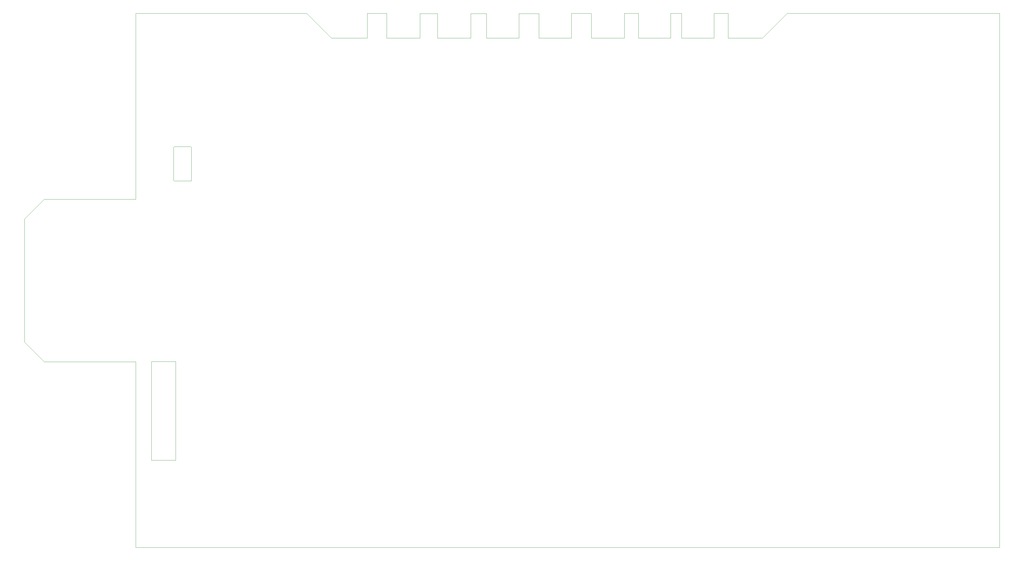
<source format=gko>
%FSLAX44Y44*%
%MOMM*%
G71*
G01*
G75*
G04 Layer_Color=16711935*
%ADD10R,1.9050X2.1590*%
%ADD11C,0.7620*%
%ADD12C,1.2700*%
%ADD13C,3.0480*%
%ADD14C,0.5080*%
%ADD15C,3.0000*%
%ADD16O,3.0000X6.0000*%
%ADD17O,6.0000X3.0000*%
%ADD18O,5.0000X3.0000*%
%ADD19R,2.1590X2.1590*%
%ADD20C,2.1590*%
%ADD21R,2.1590X2.1590*%
%ADD22R,3.0000X3.0000*%
%ADD23C,3.0480*%
%ADD24C,3.5000*%
%ADD25O,20.0000X3.0000*%
%ADD26C,1.2700*%
%ADD27C,1.7780*%
%ADD28C,2.5400*%
%ADD29C,0.0762*%
%ADD30C,0.1270*%
%ADD31C,0.0508*%
%ADD32C,0.1016*%
%ADD33C,0.2540*%
D29*
X964946Y366268D02*
X1124946D01*
X3713480D02*
Y2066268D01*
X964946Y366268D02*
X3713480D01*
D31*
X1014984Y644652D02*
Y958088D01*
Y644652D02*
X1092454D01*
X1014984Y958088D02*
X1092454D01*
X964946Y2066268D02*
X1509036D01*
X1587500Y1987804D01*
X1701292D01*
Y2066268D02*
X1763776D01*
Y1987804D02*
X1868932D01*
Y2066014D02*
X1925320D01*
Y1987804D02*
X2030984D01*
X2080768D02*
X2184146D01*
X2030984Y2066014D02*
X2080768D01*
X2184146D02*
X2247370D01*
X2247392Y1987804D02*
X2350770D01*
X2414270D02*
X2519172D01*
X2350770Y2066268D02*
X2414016D01*
X2519172D02*
X2564130D01*
X2667254D02*
X2701798D01*
X2564130Y1987804D02*
X2667254D01*
X2701798D02*
X2805176D01*
X2805684Y2066268D02*
X2849372D01*
X1763776Y1987804D02*
Y2066268D01*
X1701292Y1987804D02*
Y2066268D01*
X1925320Y1987804D02*
Y2066014D01*
X1868932Y1987804D02*
Y2066014D01*
X2080768Y1987804D02*
Y2066014D01*
X2030984Y1987804D02*
Y2066014D01*
X2247392Y1987804D02*
Y2066014D01*
X2184146Y2065252D02*
Y2066014D01*
Y1987804D02*
Y2065252D01*
X2414270Y1987804D02*
Y2066014D01*
X2350770Y1987804D02*
Y2066268D01*
X2564130Y1987804D02*
Y2066268D01*
X2519172Y1987804D02*
Y2066268D01*
X2667254Y1987804D02*
Y2066268D01*
X2701798Y1987804D02*
Y2066268D01*
X2805176Y2065760D02*
Y2066268D01*
Y1987804D02*
Y2065760D01*
X2849372Y2027936D02*
Y2066268D01*
Y1987804D02*
Y2027936D01*
Y1987804D02*
X2849626Y1987550D01*
X2958592D01*
X3037310Y2066268D01*
X3713480D01*
X964946Y2063982D02*
Y2066268D01*
Y1474724D02*
Y2063982D01*
Y366268D02*
Y957834D01*
X826770Y1474724D02*
X964946D01*
X826770Y957834D02*
X964946D01*
X673608D02*
X826770D01*
X611124Y1020318D02*
X673608Y957834D01*
X611124Y1020318D02*
Y1412240D01*
X673608Y1474724D01*
X826770D01*
X1140460Y1642364D02*
X1141984Y1640840D01*
Y1534414D02*
Y1640840D01*
X1140460Y1532890D02*
X1141984Y1534414D01*
X1087120Y1532890D02*
X1140460D01*
X1085342Y1534668D02*
X1087120Y1532890D01*
Y1642364D02*
X1140460D01*
X1085342Y1640586D02*
X1087120Y1642364D01*
X1085342Y1534668D02*
Y1640586D01*
X1092454Y644652D02*
Y958088D01*
M02*

</source>
